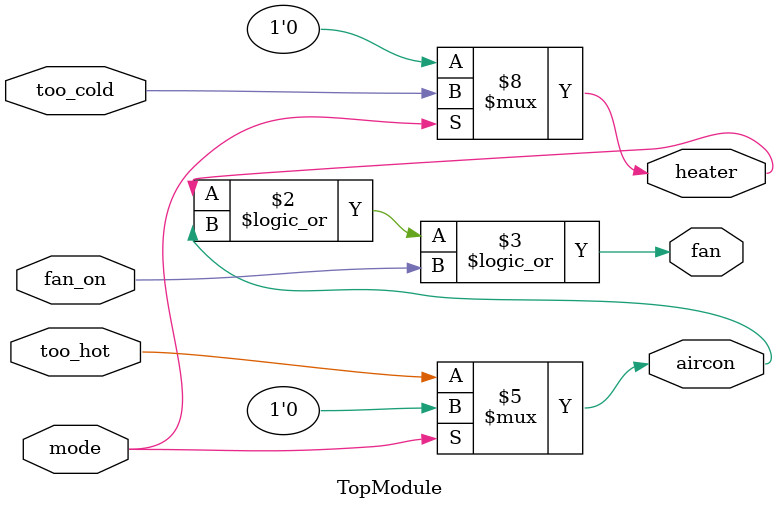
<source format=sv>
module TopModule(
    input logic mode,
    input logic too_cold,
    input logic too_hot,
    input logic fan_on,
    output logic heater,
    output logic aircon,
    output logic fan
);

always @(*) begin
    if (mode) begin // Heating Mode
        heater = too_cold;
        aircon = 1'b0;
    end else begin // Cooling Mode
        heater = 1'b0;
        aircon = too_hot;
    end
    fan = heater || aircon || fan_on;
end

endmodule
</source>
